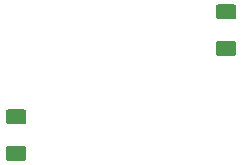
<source format=gbr>
%TF.GenerationSoftware,KiCad,Pcbnew,(5.1.8-0-10_14)*%
%TF.CreationDate,2021-01-04T21:42:45+01:00*%
%TF.ProjectId,led-matrix,6c65642d-6d61-4747-9269-782e6b696361,rev?*%
%TF.SameCoordinates,Original*%
%TF.FileFunction,Paste,Bot*%
%TF.FilePolarity,Positive*%
%FSLAX46Y46*%
G04 Gerber Fmt 4.6, Leading zero omitted, Abs format (unit mm)*
G04 Created by KiCad (PCBNEW (5.1.8-0-10_14)) date 2021-01-04 21:42:45*
%MOMM*%
%LPD*%
G01*
G04 APERTURE LIST*
G04 APERTURE END LIST*
%TO.C,R5*%
G36*
G01*
X75555000Y-52160000D02*
X74305000Y-52160000D01*
G75*
G02*
X74055000Y-51910000I0J250000D01*
G01*
X74055000Y-51110000D01*
G75*
G02*
X74305000Y-50860000I250000J0D01*
G01*
X75555000Y-50860000D01*
G75*
G02*
X75805000Y-51110000I0J-250000D01*
G01*
X75805000Y-51910000D01*
G75*
G02*
X75555000Y-52160000I-250000J0D01*
G01*
G37*
G36*
G01*
X75555000Y-55260000D02*
X74305000Y-55260000D01*
G75*
G02*
X74055000Y-55010000I0J250000D01*
G01*
X74055000Y-54210000D01*
G75*
G02*
X74305000Y-53960000I250000J0D01*
G01*
X75555000Y-53960000D01*
G75*
G02*
X75805000Y-54210000I0J-250000D01*
G01*
X75805000Y-55010000D01*
G75*
G02*
X75555000Y-55260000I-250000J0D01*
G01*
G37*
%TD*%
%TO.C,R9*%
G36*
G01*
X56525000Y-59750000D02*
X57775000Y-59750000D01*
G75*
G02*
X58025000Y-60000000I0J-250000D01*
G01*
X58025000Y-60800000D01*
G75*
G02*
X57775000Y-61050000I-250000J0D01*
G01*
X56525000Y-61050000D01*
G75*
G02*
X56275000Y-60800000I0J250000D01*
G01*
X56275000Y-60000000D01*
G75*
G02*
X56525000Y-59750000I250000J0D01*
G01*
G37*
G36*
G01*
X56525000Y-62850000D02*
X57775000Y-62850000D01*
G75*
G02*
X58025000Y-63100000I0J-250000D01*
G01*
X58025000Y-63900000D01*
G75*
G02*
X57775000Y-64150000I-250000J0D01*
G01*
X56525000Y-64150000D01*
G75*
G02*
X56275000Y-63900000I0J250000D01*
G01*
X56275000Y-63100000D01*
G75*
G02*
X56525000Y-62850000I250000J0D01*
G01*
G37*
%TD*%
M02*

</source>
